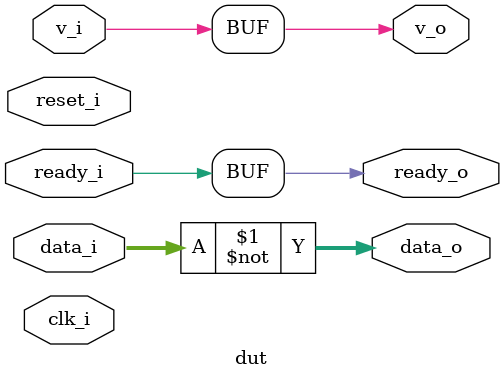
<source format=sv>
module dut
  #(  parameter payload_width_p =80
   ) (  input clk_i
      , input reset_i

    // input channel
    , input v_i
    , input [payload_width_p-1:0] data_i
    , output logic ready_o

    // output channel
    , output logic v_o
    , output logic [payload_width_p-1:0] data_o
    , input ready_i
    );

assign v_o     = v_i            ;
assign ready_o = ready_i        ;
assign data_o  = ~data_i        ;

endmodule

</source>
